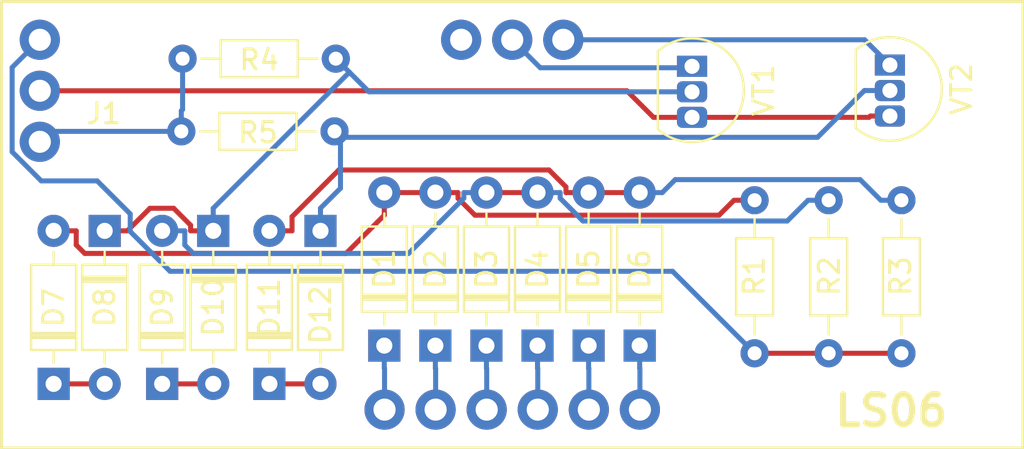
<source format=kicad_pcb>
(kicad_pcb (version 20171130) (host pcbnew "(5.0.0)")

  (general
    (thickness 1.6)
    (drawings 1)
    (tracks 107)
    (zones 0)
    (modules 20)
    (nets 20)
  )

  (page A4)
  (layers
    (0 F.Cu signal)
    (31 B.Cu signal)
    (32 B.Adhes user)
    (33 F.Adhes user)
    (34 B.Paste user)
    (35 F.Paste user)
    (36 B.SilkS user)
    (37 F.SilkS user)
    (38 B.Mask user)
    (39 F.Mask user)
    (40 Dwgs.User user)
    (41 Cmts.User user)
    (42 Eco1.User user)
    (43 Eco2.User user)
    (44 Edge.Cuts user)
    (45 Margin user)
    (46 B.CrtYd user)
    (47 F.CrtYd user)
    (48 B.Fab user)
    (49 F.Fab user)
  )

  (setup
    (last_trace_width 0.25)
    (trace_clearance 0.2)
    (zone_clearance 0.508)
    (zone_45_only no)
    (trace_min 0.2)
    (segment_width 0.2)
    (edge_width 0.1)
    (via_size 0.8)
    (via_drill 0.4)
    (via_min_size 0.4)
    (via_min_drill 0.3)
    (uvia_size 0.3)
    (uvia_drill 0.1)
    (uvias_allowed no)
    (uvia_min_size 0.2)
    (uvia_min_drill 0.1)
    (pcb_text_width 0.3)
    (pcb_text_size 1.5 1.5)
    (mod_edge_width 0.15)
    (mod_text_size 1 1)
    (mod_text_width 0.15)
    (pad_size 1.5 1.5)
    (pad_drill 0.6)
    (pad_to_mask_clearance 0)
    (aux_axis_origin 0 0)
    (visible_elements 7FFFFFFF)
    (pcbplotparams
      (layerselection 0x010fc_ffffffff)
      (usegerberextensions false)
      (usegerberattributes false)
      (usegerberadvancedattributes false)
      (creategerberjobfile false)
      (excludeedgelayer true)
      (linewidth 0.100000)
      (plotframeref false)
      (viasonmask false)
      (mode 1)
      (useauxorigin false)
      (hpglpennumber 1)
      (hpglpenspeed 20)
      (hpglpendiameter 15.000000)
      (psnegative false)
      (psa4output false)
      (plotreference true)
      (plotvalue true)
      (plotinvisibletext false)
      (padsonsilk false)
      (subtractmaskfromsilk false)
      (outputformat 1)
      (mirror false)
      (drillshape 0)
      (scaleselection 1)
      (outputdirectory "Gerber/"))
  )

  (net 0 "")
  (net 1 "Net-(D1-Pad2)")
  (net 2 1)
  (net 3 2)
  (net 4 "Net-(D3-Pad2)")
  (net 5 3)
  (net 6 4)
  (net 7 "Net-(D11-Pad2)")
  (net 8 5)
  (net 9 6)
  (net 10 "Net-(D7-Pad1)")
  (net 11 "Net-(D10-Pad1)")
  (net 12 "Net-(D10-Pad2)")
  (net 13 "Net-(D11-Pad1)")
  (net 14 "Net-(D12-Pad1)")
  (net 15 +6v)
  (net 16 0v)
  (net 17 -6v)
  (net 18 12)
  (net 19 13)

  (net_class Default "This is the default net class."
    (clearance 0.2)
    (trace_width 0.25)
    (via_dia 0.8)
    (via_drill 0.4)
    (uvia_dia 0.3)
    (uvia_drill 0.1)
    (add_net +6v)
    (add_net -6v)
    (add_net 0v)
    (add_net 1)
    (add_net 12)
    (add_net 13)
    (add_net 2)
    (add_net 3)
    (add_net 4)
    (add_net 5)
    (add_net 6)
    (add_net "Net-(D1-Pad2)")
    (add_net "Net-(D10-Pad1)")
    (add_net "Net-(D10-Pad2)")
    (add_net "Net-(D11-Pad1)")
    (add_net "Net-(D11-Pad2)")
    (add_net "Net-(D12-Pad1)")
    (add_net "Net-(D3-Pad2)")
    (add_net "Net-(D7-Pad1)")
  )

  (module ELLIOTT:LSA (layer F.Cu) (tedit 5C6009BE) (tstamp 5C40BFCB)
    (at 123.138 64.4005)
    (path /5C320323)
    (fp_text reference J1 (at 0 0.5) (layer F.SilkS)
      (effects (font (size 1 1) (thickness 0.15)))
    )
    (fp_text value LSAConnect (at 0 -0.5) (layer F.Fab)
      (effects (font (size 1 1) (thickness 0.15)))
    )
    (fp_line (start -5.08 17.145) (end -5.08 -5.08) (layer F.SilkS) (width 0.15))
    (fp_line (start 45.72 17.145) (end -5.08 17.145) (layer F.SilkS) (width 0.15))
    (fp_line (start 45.72 -5.08) (end 45.72 17.145) (layer F.SilkS) (width 0.15))
    (fp_line (start -5.08 -5.08) (end 45.72 -5.08) (layer F.SilkS) (width 0.15))
    (pad 13 thru_hole circle (at 22.86 -3.175) (size 2 2) (drill 1.1) (layers *.Cu *.Mask)
      (net 19 13))
    (pad 12 thru_hole circle (at 20.32 -3.175) (size 2 2) (drill 1.1) (layers *.Cu *.Mask)
      (net 18 12))
    (pad 11 thru_hole circle (at 17.78 -3.175) (size 2 2) (drill 1.1) (layers *.Cu *.Mask))
    (pad 6 thru_hole circle (at 26.67 15.24) (size 2 2) (drill 1.1) (layers *.Cu *.Mask)
      (net 9 6))
    (pad 5 thru_hole circle (at 24.13 15.24) (size 2 2) (drill 1.1) (layers *.Cu *.Mask)
      (net 8 5))
    (pad 4 thru_hole circle (at 21.59 15.24) (size 2 2) (drill 1.1) (layers *.Cu *.Mask)
      (net 6 4))
    (pad 3 thru_hole circle (at 19.05 15.24) (size 2 2) (drill 1.1) (layers *.Cu *.Mask)
      (net 5 3))
    (pad 2 thru_hole circle (at 16.51 15.24) (size 2 2) (drill 1.1) (layers *.Cu *.Mask)
      (net 3 2))
    (pad 1 thru_hole circle (at 13.97 15.24) (size 2 2) (drill 1.1) (layers *.Cu *.Mask)
      (net 2 1))
    (pad 23 thru_hole circle (at -3.175 1.905) (size 2 2) (drill 1.1) (layers *.Cu *.Mask)
      (net 17 -6v))
    (pad 22 thru_hole circle (at -3.175 -0.635) (size 2 2) (drill 1.1) (layers *.Cu *.Mask)
      (net 16 0v))
    (pad 21 thru_hole circle (at -3.175 -3.175) (size 2 2) (drill 1.1) (layers *.Cu *.Mask)
      (net 15 +6v))
  )

  (module ELLIOTT:D_DO-35_SOD27_P7.62mm_Horizontal (layer F.Cu) (tedit 5B9AA396) (tstamp 5C40BEC5)
    (at 137.096 76.454 90)
    (descr "Diode, DO-35_SOD27 series, Axial, Horizontal, pin pitch=7.62mm, , length*diameter=4*2mm^2, , http://www.diodes.com/_files/packages/DO-35.pdf")
    (tags "Diode DO-35_SOD27 series Axial Horizontal pin pitch 7.62mm  length 4mm diameter 2mm")
    (path /5B96A028)
    (fp_text reference D1 (at 3.81 0 90) (layer F.SilkS)
      (effects (font (size 1 1) (thickness 0.15)))
    )
    (fp_text value 1N4148 (at 3.81 2.12 90) (layer F.Fab)
      (effects (font (size 1 1) (thickness 0.15)))
    )
    (fp_line (start 2.41 -1) (end 2.41 1) (layer F.Fab) (width 0.1))
    (fp_line (start 2.51 -1) (end 2.51 1) (layer F.Fab) (width 0.1))
    (fp_line (start 2.31 -1) (end 2.31 1) (layer F.Fab) (width 0.1))
    (fp_line (start 1.69 -1.12) (end 1.69 1.12) (layer F.SilkS) (width 0.12))
    (fp_line (start 1.69 1.12) (end 5.93 1.12) (layer F.SilkS) (width 0.12))
    (fp_line (start 5.93 1.12) (end 5.93 -1.12) (layer F.SilkS) (width 0.12))
    (fp_line (start 5.93 -1.12) (end 1.69 -1.12) (layer F.SilkS) (width 0.12))
    (fp_line (start 1.04 0) (end 1.69 0) (layer F.SilkS) (width 0.12))
    (fp_line (start 6.58 0) (end 5.93 0) (layer F.SilkS) (width 0.12))
    (fp_line (start 2.41 -1.12) (end 2.41 1.12) (layer F.SilkS) (width 0.12))
    (fp_line (start 2.53 -1.12) (end 2.53 1.12) (layer F.SilkS) (width 0.12))
    (fp_line (start 2.29 -1.12) (end 2.29 1.12) (layer F.SilkS) (width 0.12))
    (fp_line (start -1.05 -1.25) (end -1.05 1.25) (layer F.CrtYd) (width 0.05))
    (fp_line (start -1.05 1.25) (end 8.67 1.25) (layer F.CrtYd) (width 0.05))
    (fp_line (start 8.67 1.25) (end 8.67 -1.25) (layer F.CrtYd) (width 0.05))
    (fp_line (start 8.67 -1.25) (end -1.05 -1.25) (layer F.CrtYd) (width 0.05))
    (pad 1 thru_hole rect (at 0 0 90) (size 1.6 1.6) (drill 0.8) (layers *.Cu *.Mask)
      (net 2 1))
    (pad 2 thru_hole oval (at 7.62 0 90) (size 1.6 1.6) (drill 0.8) (layers *.Cu *.Mask)
      (net 1 "Net-(D1-Pad2)"))
    (model ${KISYS3DMOD}/Diode_THT.3dshapes/D_DO-35_SOD27_P7.62mm_Horizontal.wrl
      (at (xyz 0 0 0))
      (scale (xyz 1 1 1))
      (rotate (xyz 0 0 0))
    )
  )

  (module ELLIOTT:D_DO-35_SOD27_P7.62mm_Horizontal (layer F.Cu) (tedit 5B9AA396) (tstamp 5C40BEDB)
    (at 139.636 76.454 90)
    (descr "Diode, DO-35_SOD27 series, Axial, Horizontal, pin pitch=7.62mm, , length*diameter=4*2mm^2, , http://www.diodes.com/_files/packages/DO-35.pdf")
    (tags "Diode DO-35_SOD27 series Axial Horizontal pin pitch 7.62mm  length 4mm diameter 2mm")
    (path /5B96A061)
    (fp_text reference D2 (at 3.81 0 90) (layer F.SilkS)
      (effects (font (size 1 1) (thickness 0.15)))
    )
    (fp_text value 1N4148 (at 3.81 2.12 90) (layer F.Fab)
      (effects (font (size 1 1) (thickness 0.15)))
    )
    (fp_line (start 2.41 -1) (end 2.41 1) (layer F.Fab) (width 0.1))
    (fp_line (start 2.51 -1) (end 2.51 1) (layer F.Fab) (width 0.1))
    (fp_line (start 2.31 -1) (end 2.31 1) (layer F.Fab) (width 0.1))
    (fp_line (start 1.69 -1.12) (end 1.69 1.12) (layer F.SilkS) (width 0.12))
    (fp_line (start 1.69 1.12) (end 5.93 1.12) (layer F.SilkS) (width 0.12))
    (fp_line (start 5.93 1.12) (end 5.93 -1.12) (layer F.SilkS) (width 0.12))
    (fp_line (start 5.93 -1.12) (end 1.69 -1.12) (layer F.SilkS) (width 0.12))
    (fp_line (start 1.04 0) (end 1.69 0) (layer F.SilkS) (width 0.12))
    (fp_line (start 6.58 0) (end 5.93 0) (layer F.SilkS) (width 0.12))
    (fp_line (start 2.41 -1.12) (end 2.41 1.12) (layer F.SilkS) (width 0.12))
    (fp_line (start 2.53 -1.12) (end 2.53 1.12) (layer F.SilkS) (width 0.12))
    (fp_line (start 2.29 -1.12) (end 2.29 1.12) (layer F.SilkS) (width 0.12))
    (fp_line (start -1.05 -1.25) (end -1.05 1.25) (layer F.CrtYd) (width 0.05))
    (fp_line (start -1.05 1.25) (end 8.67 1.25) (layer F.CrtYd) (width 0.05))
    (fp_line (start 8.67 1.25) (end 8.67 -1.25) (layer F.CrtYd) (width 0.05))
    (fp_line (start 8.67 -1.25) (end -1.05 -1.25) (layer F.CrtYd) (width 0.05))
    (pad 1 thru_hole rect (at 0 0 90) (size 1.6 1.6) (drill 0.8) (layers *.Cu *.Mask)
      (net 3 2))
    (pad 2 thru_hole oval (at 7.62 0 90) (size 1.6 1.6) (drill 0.8) (layers *.Cu *.Mask)
      (net 1 "Net-(D1-Pad2)"))
    (model ${KISYS3DMOD}/Diode_THT.3dshapes/D_DO-35_SOD27_P7.62mm_Horizontal.wrl
      (at (xyz 0 0 0))
      (scale (xyz 1 1 1))
      (rotate (xyz 0 0 0))
    )
  )

  (module ELLIOTT:D_DO-35_SOD27_P7.62mm_Horizontal (layer F.Cu) (tedit 5B9AA396) (tstamp 5C40BEF1)
    (at 142.176 76.454 90)
    (descr "Diode, DO-35_SOD27 series, Axial, Horizontal, pin pitch=7.62mm, , length*diameter=4*2mm^2, , http://www.diodes.com/_files/packages/DO-35.pdf")
    (tags "Diode DO-35_SOD27 series Axial Horizontal pin pitch 7.62mm  length 4mm diameter 2mm")
    (path /5B96AD4B)
    (fp_text reference D3 (at 3.81 0 90) (layer F.SilkS)
      (effects (font (size 1 1) (thickness 0.15)))
    )
    (fp_text value 1N4148 (at 3.81 2.12 90) (layer F.Fab)
      (effects (font (size 1 1) (thickness 0.15)))
    )
    (fp_line (start 2.41 -1) (end 2.41 1) (layer F.Fab) (width 0.1))
    (fp_line (start 2.51 -1) (end 2.51 1) (layer F.Fab) (width 0.1))
    (fp_line (start 2.31 -1) (end 2.31 1) (layer F.Fab) (width 0.1))
    (fp_line (start 1.69 -1.12) (end 1.69 1.12) (layer F.SilkS) (width 0.12))
    (fp_line (start 1.69 1.12) (end 5.93 1.12) (layer F.SilkS) (width 0.12))
    (fp_line (start 5.93 1.12) (end 5.93 -1.12) (layer F.SilkS) (width 0.12))
    (fp_line (start 5.93 -1.12) (end 1.69 -1.12) (layer F.SilkS) (width 0.12))
    (fp_line (start 1.04 0) (end 1.69 0) (layer F.SilkS) (width 0.12))
    (fp_line (start 6.58 0) (end 5.93 0) (layer F.SilkS) (width 0.12))
    (fp_line (start 2.41 -1.12) (end 2.41 1.12) (layer F.SilkS) (width 0.12))
    (fp_line (start 2.53 -1.12) (end 2.53 1.12) (layer F.SilkS) (width 0.12))
    (fp_line (start 2.29 -1.12) (end 2.29 1.12) (layer F.SilkS) (width 0.12))
    (fp_line (start -1.05 -1.25) (end -1.05 1.25) (layer F.CrtYd) (width 0.05))
    (fp_line (start -1.05 1.25) (end 8.67 1.25) (layer F.CrtYd) (width 0.05))
    (fp_line (start 8.67 1.25) (end 8.67 -1.25) (layer F.CrtYd) (width 0.05))
    (fp_line (start 8.67 -1.25) (end -1.05 -1.25) (layer F.CrtYd) (width 0.05))
    (pad 1 thru_hole rect (at 0 0 90) (size 1.6 1.6) (drill 0.8) (layers *.Cu *.Mask)
      (net 5 3))
    (pad 2 thru_hole oval (at 7.62 0 90) (size 1.6 1.6) (drill 0.8) (layers *.Cu *.Mask)
      (net 4 "Net-(D3-Pad2)"))
    (model ${KISYS3DMOD}/Diode_THT.3dshapes/D_DO-35_SOD27_P7.62mm_Horizontal.wrl
      (at (xyz 0 0 0))
      (scale (xyz 1 1 1))
      (rotate (xyz 0 0 0))
    )
  )

  (module ELLIOTT:D_DO-35_SOD27_P7.62mm_Horizontal (layer F.Cu) (tedit 5B9AA396) (tstamp 5C40BF07)
    (at 144.716 76.454 90)
    (descr "Diode, DO-35_SOD27 series, Axial, Horizontal, pin pitch=7.62mm, , length*diameter=4*2mm^2, , http://www.diodes.com/_files/packages/DO-35.pdf")
    (tags "Diode DO-35_SOD27 series Axial Horizontal pin pitch 7.62mm  length 4mm diameter 2mm")
    (path /5B96AD51)
    (fp_text reference D4 (at 3.81 0 90) (layer F.SilkS)
      (effects (font (size 1 1) (thickness 0.15)))
    )
    (fp_text value 1N4148 (at 3.81 2.12 90) (layer F.Fab)
      (effects (font (size 1 1) (thickness 0.15)))
    )
    (fp_line (start 2.41 -1) (end 2.41 1) (layer F.Fab) (width 0.1))
    (fp_line (start 2.51 -1) (end 2.51 1) (layer F.Fab) (width 0.1))
    (fp_line (start 2.31 -1) (end 2.31 1) (layer F.Fab) (width 0.1))
    (fp_line (start 1.69 -1.12) (end 1.69 1.12) (layer F.SilkS) (width 0.12))
    (fp_line (start 1.69 1.12) (end 5.93 1.12) (layer F.SilkS) (width 0.12))
    (fp_line (start 5.93 1.12) (end 5.93 -1.12) (layer F.SilkS) (width 0.12))
    (fp_line (start 5.93 -1.12) (end 1.69 -1.12) (layer F.SilkS) (width 0.12))
    (fp_line (start 1.04 0) (end 1.69 0) (layer F.SilkS) (width 0.12))
    (fp_line (start 6.58 0) (end 5.93 0) (layer F.SilkS) (width 0.12))
    (fp_line (start 2.41 -1.12) (end 2.41 1.12) (layer F.SilkS) (width 0.12))
    (fp_line (start 2.53 -1.12) (end 2.53 1.12) (layer F.SilkS) (width 0.12))
    (fp_line (start 2.29 -1.12) (end 2.29 1.12) (layer F.SilkS) (width 0.12))
    (fp_line (start -1.05 -1.25) (end -1.05 1.25) (layer F.CrtYd) (width 0.05))
    (fp_line (start -1.05 1.25) (end 8.67 1.25) (layer F.CrtYd) (width 0.05))
    (fp_line (start 8.67 1.25) (end 8.67 -1.25) (layer F.CrtYd) (width 0.05))
    (fp_line (start 8.67 -1.25) (end -1.05 -1.25) (layer F.CrtYd) (width 0.05))
    (pad 1 thru_hole rect (at 0 0 90) (size 1.6 1.6) (drill 0.8) (layers *.Cu *.Mask)
      (net 6 4))
    (pad 2 thru_hole oval (at 7.62 0 90) (size 1.6 1.6) (drill 0.8) (layers *.Cu *.Mask)
      (net 4 "Net-(D3-Pad2)"))
    (model ${KISYS3DMOD}/Diode_THT.3dshapes/D_DO-35_SOD27_P7.62mm_Horizontal.wrl
      (at (xyz 0 0 0))
      (scale (xyz 1 1 1))
      (rotate (xyz 0 0 0))
    )
  )

  (module ELLIOTT:D_DO-35_SOD27_P7.62mm_Horizontal (layer F.Cu) (tedit 5B9AA396) (tstamp 5C40BF1D)
    (at 147.256 76.454 90)
    (descr "Diode, DO-35_SOD27 series, Axial, Horizontal, pin pitch=7.62mm, , length*diameter=4*2mm^2, , http://www.diodes.com/_files/packages/DO-35.pdf")
    (tags "Diode DO-35_SOD27 series Axial Horizontal pin pitch 7.62mm  length 4mm diameter 2mm")
    (path /5B96B3C3)
    (fp_text reference D5 (at 3.81 0 90) (layer F.SilkS)
      (effects (font (size 1 1) (thickness 0.15)))
    )
    (fp_text value 1N4148 (at 3.81 2.12 90) (layer F.Fab)
      (effects (font (size 1 1) (thickness 0.15)))
    )
    (fp_line (start 2.41 -1) (end 2.41 1) (layer F.Fab) (width 0.1))
    (fp_line (start 2.51 -1) (end 2.51 1) (layer F.Fab) (width 0.1))
    (fp_line (start 2.31 -1) (end 2.31 1) (layer F.Fab) (width 0.1))
    (fp_line (start 1.69 -1.12) (end 1.69 1.12) (layer F.SilkS) (width 0.12))
    (fp_line (start 1.69 1.12) (end 5.93 1.12) (layer F.SilkS) (width 0.12))
    (fp_line (start 5.93 1.12) (end 5.93 -1.12) (layer F.SilkS) (width 0.12))
    (fp_line (start 5.93 -1.12) (end 1.69 -1.12) (layer F.SilkS) (width 0.12))
    (fp_line (start 1.04 0) (end 1.69 0) (layer F.SilkS) (width 0.12))
    (fp_line (start 6.58 0) (end 5.93 0) (layer F.SilkS) (width 0.12))
    (fp_line (start 2.41 -1.12) (end 2.41 1.12) (layer F.SilkS) (width 0.12))
    (fp_line (start 2.53 -1.12) (end 2.53 1.12) (layer F.SilkS) (width 0.12))
    (fp_line (start 2.29 -1.12) (end 2.29 1.12) (layer F.SilkS) (width 0.12))
    (fp_line (start -1.05 -1.25) (end -1.05 1.25) (layer F.CrtYd) (width 0.05))
    (fp_line (start -1.05 1.25) (end 8.67 1.25) (layer F.CrtYd) (width 0.05))
    (fp_line (start 8.67 1.25) (end 8.67 -1.25) (layer F.CrtYd) (width 0.05))
    (fp_line (start 8.67 -1.25) (end -1.05 -1.25) (layer F.CrtYd) (width 0.05))
    (pad 1 thru_hole rect (at 0 0 90) (size 1.6 1.6) (drill 0.8) (layers *.Cu *.Mask)
      (net 8 5))
    (pad 2 thru_hole oval (at 7.62 0 90) (size 1.6 1.6) (drill 0.8) (layers *.Cu *.Mask)
      (net 7 "Net-(D11-Pad2)"))
    (model ${KISYS3DMOD}/Diode_THT.3dshapes/D_DO-35_SOD27_P7.62mm_Horizontal.wrl
      (at (xyz 0 0 0))
      (scale (xyz 1 1 1))
      (rotate (xyz 0 0 0))
    )
  )

  (module ELLIOTT:D_DO-35_SOD27_P7.62mm_Horizontal (layer F.Cu) (tedit 5B9AA396) (tstamp 5C40BF33)
    (at 149.796 76.454 90)
    (descr "Diode, DO-35_SOD27 series, Axial, Horizontal, pin pitch=7.62mm, , length*diameter=4*2mm^2, , http://www.diodes.com/_files/packages/DO-35.pdf")
    (tags "Diode DO-35_SOD27 series Axial Horizontal pin pitch 7.62mm  length 4mm diameter 2mm")
    (path /5B96B3C9)
    (fp_text reference D6 (at 3.81 0 90) (layer F.SilkS)
      (effects (font (size 1 1) (thickness 0.15)))
    )
    (fp_text value 1N4148 (at 3.81 2.12 90) (layer F.Fab)
      (effects (font (size 1 1) (thickness 0.15)))
    )
    (fp_line (start 2.41 -1) (end 2.41 1) (layer F.Fab) (width 0.1))
    (fp_line (start 2.51 -1) (end 2.51 1) (layer F.Fab) (width 0.1))
    (fp_line (start 2.31 -1) (end 2.31 1) (layer F.Fab) (width 0.1))
    (fp_line (start 1.69 -1.12) (end 1.69 1.12) (layer F.SilkS) (width 0.12))
    (fp_line (start 1.69 1.12) (end 5.93 1.12) (layer F.SilkS) (width 0.12))
    (fp_line (start 5.93 1.12) (end 5.93 -1.12) (layer F.SilkS) (width 0.12))
    (fp_line (start 5.93 -1.12) (end 1.69 -1.12) (layer F.SilkS) (width 0.12))
    (fp_line (start 1.04 0) (end 1.69 0) (layer F.SilkS) (width 0.12))
    (fp_line (start 6.58 0) (end 5.93 0) (layer F.SilkS) (width 0.12))
    (fp_line (start 2.41 -1.12) (end 2.41 1.12) (layer F.SilkS) (width 0.12))
    (fp_line (start 2.53 -1.12) (end 2.53 1.12) (layer F.SilkS) (width 0.12))
    (fp_line (start 2.29 -1.12) (end 2.29 1.12) (layer F.SilkS) (width 0.12))
    (fp_line (start -1.05 -1.25) (end -1.05 1.25) (layer F.CrtYd) (width 0.05))
    (fp_line (start -1.05 1.25) (end 8.67 1.25) (layer F.CrtYd) (width 0.05))
    (fp_line (start 8.67 1.25) (end 8.67 -1.25) (layer F.CrtYd) (width 0.05))
    (fp_line (start 8.67 -1.25) (end -1.05 -1.25) (layer F.CrtYd) (width 0.05))
    (pad 1 thru_hole rect (at 0 0 90) (size 1.6 1.6) (drill 0.8) (layers *.Cu *.Mask)
      (net 9 6))
    (pad 2 thru_hole oval (at 7.62 0 90) (size 1.6 1.6) (drill 0.8) (layers *.Cu *.Mask)
      (net 7 "Net-(D11-Pad2)"))
    (model ${KISYS3DMOD}/Diode_THT.3dshapes/D_DO-35_SOD27_P7.62mm_Horizontal.wrl
      (at (xyz 0 0 0))
      (scale (xyz 1 1 1))
      (rotate (xyz 0 0 0))
    )
  )

  (module ELLIOTT:D_DO-35_SOD27_P7.62mm_Horizontal (layer F.Cu) (tedit 5B9AA396) (tstamp 5C40BF49)
    (at 120.65 78.359 90)
    (descr "Diode, DO-35_SOD27 series, Axial, Horizontal, pin pitch=7.62mm, , length*diameter=4*2mm^2, , http://www.diodes.com/_files/packages/DO-35.pdf")
    (tags "Diode DO-35_SOD27 series Axial Horizontal pin pitch 7.62mm  length 4mm diameter 2mm")
    (path /5B96A1C7)
    (fp_text reference D7 (at 3.81 0 90) (layer F.SilkS)
      (effects (font (size 1 1) (thickness 0.15)))
    )
    (fp_text value 1N4148 (at 3.81 2.12 90) (layer F.Fab)
      (effects (font (size 1 1) (thickness 0.15)))
    )
    (fp_line (start 2.41 -1) (end 2.41 1) (layer F.Fab) (width 0.1))
    (fp_line (start 2.51 -1) (end 2.51 1) (layer F.Fab) (width 0.1))
    (fp_line (start 2.31 -1) (end 2.31 1) (layer F.Fab) (width 0.1))
    (fp_line (start 1.69 -1.12) (end 1.69 1.12) (layer F.SilkS) (width 0.12))
    (fp_line (start 1.69 1.12) (end 5.93 1.12) (layer F.SilkS) (width 0.12))
    (fp_line (start 5.93 1.12) (end 5.93 -1.12) (layer F.SilkS) (width 0.12))
    (fp_line (start 5.93 -1.12) (end 1.69 -1.12) (layer F.SilkS) (width 0.12))
    (fp_line (start 1.04 0) (end 1.69 0) (layer F.SilkS) (width 0.12))
    (fp_line (start 6.58 0) (end 5.93 0) (layer F.SilkS) (width 0.12))
    (fp_line (start 2.41 -1.12) (end 2.41 1.12) (layer F.SilkS) (width 0.12))
    (fp_line (start 2.53 -1.12) (end 2.53 1.12) (layer F.SilkS) (width 0.12))
    (fp_line (start 2.29 -1.12) (end 2.29 1.12) (layer F.SilkS) (width 0.12))
    (fp_line (start -1.05 -1.25) (end -1.05 1.25) (layer F.CrtYd) (width 0.05))
    (fp_line (start -1.05 1.25) (end 8.67 1.25) (layer F.CrtYd) (width 0.05))
    (fp_line (start 8.67 1.25) (end 8.67 -1.25) (layer F.CrtYd) (width 0.05))
    (fp_line (start 8.67 -1.25) (end -1.05 -1.25) (layer F.CrtYd) (width 0.05))
    (pad 1 thru_hole rect (at 0 0 90) (size 1.6 1.6) (drill 0.8) (layers *.Cu *.Mask)
      (net 10 "Net-(D7-Pad1)"))
    (pad 2 thru_hole oval (at 7.62 0 90) (size 1.6 1.6) (drill 0.8) (layers *.Cu *.Mask)
      (net 1 "Net-(D1-Pad2)"))
    (model ${KISYS3DMOD}/Diode_THT.3dshapes/D_DO-35_SOD27_P7.62mm_Horizontal.wrl
      (at (xyz 0 0 0))
      (scale (xyz 1 1 1))
      (rotate (xyz 0 0 0))
    )
  )

  (module ELLIOTT:D_DO-35_SOD27_P7.62mm_Horizontal (layer F.Cu) (tedit 5B9AA396) (tstamp 5C40BF5F)
    (at 123.19 70.739 270)
    (descr "Diode, DO-35_SOD27 series, Axial, Horizontal, pin pitch=7.62mm, , length*diameter=4*2mm^2, , http://www.diodes.com/_files/packages/DO-35.pdf")
    (tags "Diode DO-35_SOD27 series Axial Horizontal pin pitch 7.62mm  length 4mm diameter 2mm")
    (path /5B96A1FD)
    (fp_text reference D8 (at 3.81 0 270) (layer F.SilkS)
      (effects (font (size 1 1) (thickness 0.15)))
    )
    (fp_text value 1N4148 (at 3.81 2.12 270) (layer F.Fab)
      (effects (font (size 1 1) (thickness 0.15)))
    )
    (fp_line (start 2.41 -1) (end 2.41 1) (layer F.Fab) (width 0.1))
    (fp_line (start 2.51 -1) (end 2.51 1) (layer F.Fab) (width 0.1))
    (fp_line (start 2.31 -1) (end 2.31 1) (layer F.Fab) (width 0.1))
    (fp_line (start 1.69 -1.12) (end 1.69 1.12) (layer F.SilkS) (width 0.12))
    (fp_line (start 1.69 1.12) (end 5.93 1.12) (layer F.SilkS) (width 0.12))
    (fp_line (start 5.93 1.12) (end 5.93 -1.12) (layer F.SilkS) (width 0.12))
    (fp_line (start 5.93 -1.12) (end 1.69 -1.12) (layer F.SilkS) (width 0.12))
    (fp_line (start 1.04 0) (end 1.69 0) (layer F.SilkS) (width 0.12))
    (fp_line (start 6.58 0) (end 5.93 0) (layer F.SilkS) (width 0.12))
    (fp_line (start 2.41 -1.12) (end 2.41 1.12) (layer F.SilkS) (width 0.12))
    (fp_line (start 2.53 -1.12) (end 2.53 1.12) (layer F.SilkS) (width 0.12))
    (fp_line (start 2.29 -1.12) (end 2.29 1.12) (layer F.SilkS) (width 0.12))
    (fp_line (start -1.05 -1.25) (end -1.05 1.25) (layer F.CrtYd) (width 0.05))
    (fp_line (start -1.05 1.25) (end 8.67 1.25) (layer F.CrtYd) (width 0.05))
    (fp_line (start 8.67 1.25) (end 8.67 -1.25) (layer F.CrtYd) (width 0.05))
    (fp_line (start 8.67 -1.25) (end -1.05 -1.25) (layer F.CrtYd) (width 0.05))
    (pad 1 thru_hole rect (at 0 0 270) (size 1.6 1.6) (drill 0.8) (layers *.Cu *.Mask)
      (net 11 "Net-(D10-Pad1)"))
    (pad 2 thru_hole oval (at 7.62 0 270) (size 1.6 1.6) (drill 0.8) (layers *.Cu *.Mask)
      (net 10 "Net-(D7-Pad1)"))
    (model ${KISYS3DMOD}/Diode_THT.3dshapes/D_DO-35_SOD27_P7.62mm_Horizontal.wrl
      (at (xyz 0 0 0))
      (scale (xyz 1 1 1))
      (rotate (xyz 0 0 0))
    )
  )

  (module ELLIOTT:D_DO-35_SOD27_P7.62mm_Horizontal (layer F.Cu) (tedit 5B9AA396) (tstamp 5C40BF75)
    (at 126.048 78.359 90)
    (descr "Diode, DO-35_SOD27 series, Axial, Horizontal, pin pitch=7.62mm, , length*diameter=4*2mm^2, , http://www.diodes.com/_files/packages/DO-35.pdf")
    (tags "Diode DO-35_SOD27 series Axial Horizontal pin pitch 7.62mm  length 4mm diameter 2mm")
    (path /5B96AD63)
    (fp_text reference D9 (at 3.81 0 90) (layer F.SilkS)
      (effects (font (size 1 1) (thickness 0.15)))
    )
    (fp_text value 1N4148 (at 3.81 2.12 90) (layer F.Fab)
      (effects (font (size 1 1) (thickness 0.15)))
    )
    (fp_line (start 2.41 -1) (end 2.41 1) (layer F.Fab) (width 0.1))
    (fp_line (start 2.51 -1) (end 2.51 1) (layer F.Fab) (width 0.1))
    (fp_line (start 2.31 -1) (end 2.31 1) (layer F.Fab) (width 0.1))
    (fp_line (start 1.69 -1.12) (end 1.69 1.12) (layer F.SilkS) (width 0.12))
    (fp_line (start 1.69 1.12) (end 5.93 1.12) (layer F.SilkS) (width 0.12))
    (fp_line (start 5.93 1.12) (end 5.93 -1.12) (layer F.SilkS) (width 0.12))
    (fp_line (start 5.93 -1.12) (end 1.69 -1.12) (layer F.SilkS) (width 0.12))
    (fp_line (start 1.04 0) (end 1.69 0) (layer F.SilkS) (width 0.12))
    (fp_line (start 6.58 0) (end 5.93 0) (layer F.SilkS) (width 0.12))
    (fp_line (start 2.41 -1.12) (end 2.41 1.12) (layer F.SilkS) (width 0.12))
    (fp_line (start 2.53 -1.12) (end 2.53 1.12) (layer F.SilkS) (width 0.12))
    (fp_line (start 2.29 -1.12) (end 2.29 1.12) (layer F.SilkS) (width 0.12))
    (fp_line (start -1.05 -1.25) (end -1.05 1.25) (layer F.CrtYd) (width 0.05))
    (fp_line (start -1.05 1.25) (end 8.67 1.25) (layer F.CrtYd) (width 0.05))
    (fp_line (start 8.67 1.25) (end 8.67 -1.25) (layer F.CrtYd) (width 0.05))
    (fp_line (start 8.67 -1.25) (end -1.05 -1.25) (layer F.CrtYd) (width 0.05))
    (pad 1 thru_hole rect (at 0 0 90) (size 1.6 1.6) (drill 0.8) (layers *.Cu *.Mask)
      (net 12 "Net-(D10-Pad2)"))
    (pad 2 thru_hole oval (at 7.62 0 90) (size 1.6 1.6) (drill 0.8) (layers *.Cu *.Mask)
      (net 4 "Net-(D3-Pad2)"))
    (model ${KISYS3DMOD}/Diode_THT.3dshapes/D_DO-35_SOD27_P7.62mm_Horizontal.wrl
      (at (xyz 0 0 0))
      (scale (xyz 1 1 1))
      (rotate (xyz 0 0 0))
    )
  )

  (module ELLIOTT:D_DO-35_SOD27_P7.62mm_Horizontal (layer F.Cu) (tedit 5B9AA396) (tstamp 5C40BF8B)
    (at 128.588 70.739 270)
    (descr "Diode, DO-35_SOD27 series, Axial, Horizontal, pin pitch=7.62mm, , length*diameter=4*2mm^2, , http://www.diodes.com/_files/packages/DO-35.pdf")
    (tags "Diode DO-35_SOD27 series Axial Horizontal pin pitch 7.62mm  length 4mm diameter 2mm")
    (path /5B96AD69)
    (fp_text reference D10 (at 3.81 0 270) (layer F.SilkS)
      (effects (font (size 1 1) (thickness 0.15)))
    )
    (fp_text value 1N4148 (at 3.81 2.12 270) (layer F.Fab)
      (effects (font (size 1 1) (thickness 0.15)))
    )
    (fp_line (start 2.41 -1) (end 2.41 1) (layer F.Fab) (width 0.1))
    (fp_line (start 2.51 -1) (end 2.51 1) (layer F.Fab) (width 0.1))
    (fp_line (start 2.31 -1) (end 2.31 1) (layer F.Fab) (width 0.1))
    (fp_line (start 1.69 -1.12) (end 1.69 1.12) (layer F.SilkS) (width 0.12))
    (fp_line (start 1.69 1.12) (end 5.93 1.12) (layer F.SilkS) (width 0.12))
    (fp_line (start 5.93 1.12) (end 5.93 -1.12) (layer F.SilkS) (width 0.12))
    (fp_line (start 5.93 -1.12) (end 1.69 -1.12) (layer F.SilkS) (width 0.12))
    (fp_line (start 1.04 0) (end 1.69 0) (layer F.SilkS) (width 0.12))
    (fp_line (start 6.58 0) (end 5.93 0) (layer F.SilkS) (width 0.12))
    (fp_line (start 2.41 -1.12) (end 2.41 1.12) (layer F.SilkS) (width 0.12))
    (fp_line (start 2.53 -1.12) (end 2.53 1.12) (layer F.SilkS) (width 0.12))
    (fp_line (start 2.29 -1.12) (end 2.29 1.12) (layer F.SilkS) (width 0.12))
    (fp_line (start -1.05 -1.25) (end -1.05 1.25) (layer F.CrtYd) (width 0.05))
    (fp_line (start -1.05 1.25) (end 8.67 1.25) (layer F.CrtYd) (width 0.05))
    (fp_line (start 8.67 1.25) (end 8.67 -1.25) (layer F.CrtYd) (width 0.05))
    (fp_line (start 8.67 -1.25) (end -1.05 -1.25) (layer F.CrtYd) (width 0.05))
    (pad 1 thru_hole rect (at 0 0 270) (size 1.6 1.6) (drill 0.8) (layers *.Cu *.Mask)
      (net 11 "Net-(D10-Pad1)"))
    (pad 2 thru_hole oval (at 7.62 0 270) (size 1.6 1.6) (drill 0.8) (layers *.Cu *.Mask)
      (net 12 "Net-(D10-Pad2)"))
    (model ${KISYS3DMOD}/Diode_THT.3dshapes/D_DO-35_SOD27_P7.62mm_Horizontal.wrl
      (at (xyz 0 0 0))
      (scale (xyz 1 1 1))
      (rotate (xyz 0 0 0))
    )
  )

  (module ELLIOTT:D_DO-35_SOD27_P7.62mm_Horizontal (layer F.Cu) (tedit 5B9AA396) (tstamp 5C40BFA1)
    (at 131.382 78.359 90)
    (descr "Diode, DO-35_SOD27 series, Axial, Horizontal, pin pitch=7.62mm, , length*diameter=4*2mm^2, , http://www.diodes.com/_files/packages/DO-35.pdf")
    (tags "Diode DO-35_SOD27 series Axial Horizontal pin pitch 7.62mm  length 4mm diameter 2mm")
    (path /5B96B3DB)
    (fp_text reference D11 (at 3.81 0 90) (layer F.SilkS)
      (effects (font (size 1 1) (thickness 0.15)))
    )
    (fp_text value 1N4148 (at 3.81 2.12 90) (layer F.Fab)
      (effects (font (size 1 1) (thickness 0.15)))
    )
    (fp_line (start 2.41 -1) (end 2.41 1) (layer F.Fab) (width 0.1))
    (fp_line (start 2.51 -1) (end 2.51 1) (layer F.Fab) (width 0.1))
    (fp_line (start 2.31 -1) (end 2.31 1) (layer F.Fab) (width 0.1))
    (fp_line (start 1.69 -1.12) (end 1.69 1.12) (layer F.SilkS) (width 0.12))
    (fp_line (start 1.69 1.12) (end 5.93 1.12) (layer F.SilkS) (width 0.12))
    (fp_line (start 5.93 1.12) (end 5.93 -1.12) (layer F.SilkS) (width 0.12))
    (fp_line (start 5.93 -1.12) (end 1.69 -1.12) (layer F.SilkS) (width 0.12))
    (fp_line (start 1.04 0) (end 1.69 0) (layer F.SilkS) (width 0.12))
    (fp_line (start 6.58 0) (end 5.93 0) (layer F.SilkS) (width 0.12))
    (fp_line (start 2.41 -1.12) (end 2.41 1.12) (layer F.SilkS) (width 0.12))
    (fp_line (start 2.53 -1.12) (end 2.53 1.12) (layer F.SilkS) (width 0.12))
    (fp_line (start 2.29 -1.12) (end 2.29 1.12) (layer F.SilkS) (width 0.12))
    (fp_line (start -1.05 -1.25) (end -1.05 1.25) (layer F.CrtYd) (width 0.05))
    (fp_line (start -1.05 1.25) (end 8.67 1.25) (layer F.CrtYd) (width 0.05))
    (fp_line (start 8.67 1.25) (end 8.67 -1.25) (layer F.CrtYd) (width 0.05))
    (fp_line (start 8.67 -1.25) (end -1.05 -1.25) (layer F.CrtYd) (width 0.05))
    (pad 1 thru_hole rect (at 0 0 90) (size 1.6 1.6) (drill 0.8) (layers *.Cu *.Mask)
      (net 13 "Net-(D11-Pad1)"))
    (pad 2 thru_hole oval (at 7.62 0 90) (size 1.6 1.6) (drill 0.8) (layers *.Cu *.Mask)
      (net 7 "Net-(D11-Pad2)"))
    (model ${KISYS3DMOD}/Diode_THT.3dshapes/D_DO-35_SOD27_P7.62mm_Horizontal.wrl
      (at (xyz 0 0 0))
      (scale (xyz 1 1 1))
      (rotate (xyz 0 0 0))
    )
  )

  (module ELLIOTT:D_DO-35_SOD27_P7.62mm_Horizontal (layer F.Cu) (tedit 5B9AA396) (tstamp 5C40BFB7)
    (at 133.922 70.739 270)
    (descr "Diode, DO-35_SOD27 series, Axial, Horizontal, pin pitch=7.62mm, , length*diameter=4*2mm^2, , http://www.diodes.com/_files/packages/DO-35.pdf")
    (tags "Diode DO-35_SOD27 series Axial Horizontal pin pitch 7.62mm  length 4mm diameter 2mm")
    (path /5B96B3E1)
    (fp_text reference D12 (at 4.191 0 270) (layer F.SilkS)
      (effects (font (size 1 1) (thickness 0.15)))
    )
    (fp_text value 1N4148 (at 3.81 2.12 270) (layer F.Fab)
      (effects (font (size 1 1) (thickness 0.15)))
    )
    (fp_line (start 2.41 -1) (end 2.41 1) (layer F.Fab) (width 0.1))
    (fp_line (start 2.51 -1) (end 2.51 1) (layer F.Fab) (width 0.1))
    (fp_line (start 2.31 -1) (end 2.31 1) (layer F.Fab) (width 0.1))
    (fp_line (start 1.69 -1.12) (end 1.69 1.12) (layer F.SilkS) (width 0.12))
    (fp_line (start 1.69 1.12) (end 5.93 1.12) (layer F.SilkS) (width 0.12))
    (fp_line (start 5.93 1.12) (end 5.93 -1.12) (layer F.SilkS) (width 0.12))
    (fp_line (start 5.93 -1.12) (end 1.69 -1.12) (layer F.SilkS) (width 0.12))
    (fp_line (start 1.04 0) (end 1.69 0) (layer F.SilkS) (width 0.12))
    (fp_line (start 6.58 0) (end 5.93 0) (layer F.SilkS) (width 0.12))
    (fp_line (start 2.41 -1.12) (end 2.41 1.12) (layer F.SilkS) (width 0.12))
    (fp_line (start 2.53 -1.12) (end 2.53 1.12) (layer F.SilkS) (width 0.12))
    (fp_line (start 2.29 -1.12) (end 2.29 1.12) (layer F.SilkS) (width 0.12))
    (fp_line (start -1.05 -1.25) (end -1.05 1.25) (layer F.CrtYd) (width 0.05))
    (fp_line (start -1.05 1.25) (end 8.67 1.25) (layer F.CrtYd) (width 0.05))
    (fp_line (start 8.67 1.25) (end 8.67 -1.25) (layer F.CrtYd) (width 0.05))
    (fp_line (start 8.67 -1.25) (end -1.05 -1.25) (layer F.CrtYd) (width 0.05))
    (pad 1 thru_hole rect (at 0 0 270) (size 1.6 1.6) (drill 0.8) (layers *.Cu *.Mask)
      (net 14 "Net-(D12-Pad1)"))
    (pad 2 thru_hole oval (at 7.62 0 270) (size 1.6 1.6) (drill 0.8) (layers *.Cu *.Mask)
      (net 13 "Net-(D11-Pad1)"))
    (model ${KISYS3DMOD}/Diode_THT.3dshapes/D_DO-35_SOD27_P7.62mm_Horizontal.wrl
      (at (xyz 0 0 0))
      (scale (xyz 1 1 1))
      (rotate (xyz 0 0 0))
    )
  )

  (module ELLIOTT:R_Axial_DIN0204_L3.6mm_D1.6mm_P7.62mm_Horizontal (layer F.Cu) (tedit 5B9AA3EA) (tstamp 5C40BFDB)
    (at 155.512 76.835 90)
    (descr "Resistor, Axial_DIN0204 series, Axial, Horizontal, pin pitch=7.62mm, 0.167W, length*diameter=3.6*1.6mm^2, http://cdn-reichelt.de/documents/datenblatt/B400/1_4W%23YAG.pdf")
    (tags "Resistor Axial_DIN0204 series Axial Horizontal pin pitch 7.62mm 0.167W length 3.6mm diameter 1.6mm")
    (path /5B96A14D)
    (fp_text reference R1 (at 3.841499 -0.023001 90) (layer F.SilkS)
      (effects (font (size 1 1) (thickness 0.15)))
    )
    (fp_text value 2.2k (at 3.81 1.92 90) (layer F.Fab)
      (effects (font (size 1 1) (thickness 0.15)))
    )
    (fp_line (start 1.89 -0.92) (end 1.89 0.92) (layer F.SilkS) (width 0.12))
    (fp_line (start 1.89 0.92) (end 5.73 0.92) (layer F.SilkS) (width 0.12))
    (fp_line (start 5.73 0.92) (end 5.73 -0.92) (layer F.SilkS) (width 0.12))
    (fp_line (start 5.73 -0.92) (end 1.89 -0.92) (layer F.SilkS) (width 0.12))
    (fp_line (start 0.94 0) (end 1.89 0) (layer F.SilkS) (width 0.12))
    (fp_line (start 6.68 0) (end 5.73 0) (layer F.SilkS) (width 0.12))
    (fp_line (start -1.05 -1.25) (end -1.05 1.25) (layer F.CrtYd) (width 0.05))
    (fp_line (start -1.05 1.25) (end 8.67 1.25) (layer F.CrtYd) (width 0.05))
    (fp_line (start 8.67 1.25) (end 8.67 -1.25) (layer F.CrtYd) (width 0.05))
    (fp_line (start 8.67 -1.25) (end -1.05 -1.25) (layer F.CrtYd) (width 0.05))
    (pad 1 thru_hole circle (at 0 0 90) (size 1.4 1.4) (drill 0.7) (layers *.Cu *.Mask)
      (net 15 +6v))
    (pad 2 thru_hole oval (at 7.62 0 90) (size 1.4 1.4) (drill 0.7) (layers *.Cu *.Mask)
      (net 1 "Net-(D1-Pad2)"))
    (model ${KISYS3DMOD}/Resistor_THT.3dshapes/R_Axial_DIN0204_L3.6mm_D1.6mm_P7.62mm_Horizontal.wrl
      (at (xyz 0 0 0))
      (scale (xyz 1 1 1))
      (rotate (xyz 0 0 0))
    )
  )

  (module ELLIOTT:R_Axial_DIN0204_L3.6mm_D1.6mm_P7.62mm_Horizontal (layer F.Cu) (tedit 5B9AA3EA) (tstamp 5C40BFEB)
    (at 159.194 76.835 90)
    (descr "Resistor, Axial_DIN0204 series, Axial, Horizontal, pin pitch=7.62mm, 0.167W, length*diameter=3.6*1.6mm^2, http://cdn-reichelt.de/documents/datenblatt/B400/1_4W%23YAG.pdf")
    (tags "Resistor Axial_DIN0204 series Axial Horizontal pin pitch 7.62mm 0.167W length 3.6mm diameter 1.6mm")
    (path /5B96AD57)
    (fp_text reference R2 (at 3.841499 0.030499 90) (layer F.SilkS)
      (effects (font (size 1 1) (thickness 0.15)))
    )
    (fp_text value 2.2k (at 3.81 1.92 90) (layer F.Fab)
      (effects (font (size 1 1) (thickness 0.15)))
    )
    (fp_line (start 1.89 -0.92) (end 1.89 0.92) (layer F.SilkS) (width 0.12))
    (fp_line (start 1.89 0.92) (end 5.73 0.92) (layer F.SilkS) (width 0.12))
    (fp_line (start 5.73 0.92) (end 5.73 -0.92) (layer F.SilkS) (width 0.12))
    (fp_line (start 5.73 -0.92) (end 1.89 -0.92) (layer F.SilkS) (width 0.12))
    (fp_line (start 0.94 0) (end 1.89 0) (layer F.SilkS) (width 0.12))
    (fp_line (start 6.68 0) (end 5.73 0) (layer F.SilkS) (width 0.12))
    (fp_line (start -1.05 -1.25) (end -1.05 1.25) (layer F.CrtYd) (width 0.05))
    (fp_line (start -1.05 1.25) (end 8.67 1.25) (layer F.CrtYd) (width 0.05))
    (fp_line (start 8.67 1.25) (end 8.67 -1.25) (layer F.CrtYd) (width 0.05))
    (fp_line (start 8.67 -1.25) (end -1.05 -1.25) (layer F.CrtYd) (width 0.05))
    (pad 1 thru_hole circle (at 0 0 90) (size 1.4 1.4) (drill 0.7) (layers *.Cu *.Mask)
      (net 15 +6v))
    (pad 2 thru_hole oval (at 7.62 0 90) (size 1.4 1.4) (drill 0.7) (layers *.Cu *.Mask)
      (net 4 "Net-(D3-Pad2)"))
    (model ${KISYS3DMOD}/Resistor_THT.3dshapes/R_Axial_DIN0204_L3.6mm_D1.6mm_P7.62mm_Horizontal.wrl
      (at (xyz 0 0 0))
      (scale (xyz 1 1 1))
      (rotate (xyz 0 0 0))
    )
  )

  (module ELLIOTT:R_Axial_DIN0204_L3.6mm_D1.6mm_P7.62mm_Horizontal (layer F.Cu) (tedit 5B9AA3EA) (tstamp 5C40BFFB)
    (at 162.814 76.835 90)
    (descr "Resistor, Axial_DIN0204 series, Axial, Horizontal, pin pitch=7.62mm, 0.167W, length*diameter=3.6*1.6mm^2, http://cdn-reichelt.de/documents/datenblatt/B400/1_4W%23YAG.pdf")
    (tags "Resistor Axial_DIN0204 series Axial Horizontal pin pitch 7.62mm 0.167W length 3.6mm diameter 1.6mm")
    (path /5B96B3CF)
    (fp_text reference R3 (at 3.841499 -0.043001 90) (layer F.SilkS)
      (effects (font (size 1 1) (thickness 0.15)))
    )
    (fp_text value 2.2k (at 3.81 1.92 90) (layer F.Fab)
      (effects (font (size 1 1) (thickness 0.15)))
    )
    (fp_line (start 1.89 -0.92) (end 1.89 0.92) (layer F.SilkS) (width 0.12))
    (fp_line (start 1.89 0.92) (end 5.73 0.92) (layer F.SilkS) (width 0.12))
    (fp_line (start 5.73 0.92) (end 5.73 -0.92) (layer F.SilkS) (width 0.12))
    (fp_line (start 5.73 -0.92) (end 1.89 -0.92) (layer F.SilkS) (width 0.12))
    (fp_line (start 0.94 0) (end 1.89 0) (layer F.SilkS) (width 0.12))
    (fp_line (start 6.68 0) (end 5.73 0) (layer F.SilkS) (width 0.12))
    (fp_line (start -1.05 -1.25) (end -1.05 1.25) (layer F.CrtYd) (width 0.05))
    (fp_line (start -1.05 1.25) (end 8.67 1.25) (layer F.CrtYd) (width 0.05))
    (fp_line (start 8.67 1.25) (end 8.67 -1.25) (layer F.CrtYd) (width 0.05))
    (fp_line (start 8.67 -1.25) (end -1.05 -1.25) (layer F.CrtYd) (width 0.05))
    (pad 1 thru_hole circle (at 0 0 90) (size 1.4 1.4) (drill 0.7) (layers *.Cu *.Mask)
      (net 15 +6v))
    (pad 2 thru_hole oval (at 7.62 0 90) (size 1.4 1.4) (drill 0.7) (layers *.Cu *.Mask)
      (net 7 "Net-(D11-Pad2)"))
    (model ${KISYS3DMOD}/Resistor_THT.3dshapes/R_Axial_DIN0204_L3.6mm_D1.6mm_P7.62mm_Horizontal.wrl
      (at (xyz 0 0 0))
      (scale (xyz 1 1 1))
      (rotate (xyz 0 0 0))
    )
  )

  (module ELLIOTT:R_Axial_DIN0204_L3.6mm_D1.6mm_P7.62mm_Horizontal (layer F.Cu) (tedit 5B9AA3EA) (tstamp 5C40C00B)
    (at 134.684 62.1665 180)
    (descr "Resistor, Axial_DIN0204 series, Axial, Horizontal, pin pitch=7.62mm, 0.167W, length*diameter=3.6*1.6mm^2, http://cdn-reichelt.de/documents/datenblatt/B400/1_4W%23YAG.pdf")
    (tags "Resistor Axial_DIN0204 series Axial Horizontal pin pitch 7.62mm 0.167W length 3.6mm diameter 1.6mm")
    (path /5C4127D1)
    (fp_text reference R4 (at 3.81 -0.0635 180) (layer F.SilkS)
      (effects (font (size 1 1) (thickness 0.15)))
    )
    (fp_text value 22k (at 3.81 1.92 180) (layer F.Fab)
      (effects (font (size 1 1) (thickness 0.15)))
    )
    (fp_line (start 1.89 -0.92) (end 1.89 0.92) (layer F.SilkS) (width 0.12))
    (fp_line (start 1.89 0.92) (end 5.73 0.92) (layer F.SilkS) (width 0.12))
    (fp_line (start 5.73 0.92) (end 5.73 -0.92) (layer F.SilkS) (width 0.12))
    (fp_line (start 5.73 -0.92) (end 1.89 -0.92) (layer F.SilkS) (width 0.12))
    (fp_line (start 0.94 0) (end 1.89 0) (layer F.SilkS) (width 0.12))
    (fp_line (start 6.68 0) (end 5.73 0) (layer F.SilkS) (width 0.12))
    (fp_line (start -1.05 -1.25) (end -1.05 1.25) (layer F.CrtYd) (width 0.05))
    (fp_line (start -1.05 1.25) (end 8.67 1.25) (layer F.CrtYd) (width 0.05))
    (fp_line (start 8.67 1.25) (end 8.67 -1.25) (layer F.CrtYd) (width 0.05))
    (fp_line (start 8.67 -1.25) (end -1.05 -1.25) (layer F.CrtYd) (width 0.05))
    (pad 1 thru_hole circle (at 0 0 180) (size 1.4 1.4) (drill 0.7) (layers *.Cu *.Mask)
      (net 11 "Net-(D10-Pad1)"))
    (pad 2 thru_hole oval (at 7.62 0 180) (size 1.4 1.4) (drill 0.7) (layers *.Cu *.Mask)
      (net 17 -6v))
    (model ${KISYS3DMOD}/Resistor_THT.3dshapes/R_Axial_DIN0204_L3.6mm_D1.6mm_P7.62mm_Horizontal.wrl
      (at (xyz 0 0 0))
      (scale (xyz 1 1 1))
      (rotate (xyz 0 0 0))
    )
  )

  (module ELLIOTT:R_Axial_DIN0204_L3.6mm_D1.6mm_P7.62mm_Horizontal (layer F.Cu) (tedit 5B9AA3EA) (tstamp 5C40C01B)
    (at 134.62 65.786 180)
    (descr "Resistor, Axial_DIN0204 series, Axial, Horizontal, pin pitch=7.62mm, 0.167W, length*diameter=3.6*1.6mm^2, http://cdn-reichelt.de/documents/datenblatt/B400/1_4W%23YAG.pdf")
    (tags "Resistor Axial_DIN0204 series Axial Horizontal pin pitch 7.62mm 0.167W length 3.6mm diameter 1.6mm")
    (path /5B96B3D5)
    (fp_text reference R5 (at 3.81 -0.0635 180) (layer F.SilkS)
      (effects (font (size 1 1) (thickness 0.15)))
    )
    (fp_text value 22k (at 3.81 1.92 180) (layer F.Fab)
      (effects (font (size 1 1) (thickness 0.15)))
    )
    (fp_line (start 1.89 -0.92) (end 1.89 0.92) (layer F.SilkS) (width 0.12))
    (fp_line (start 1.89 0.92) (end 5.73 0.92) (layer F.SilkS) (width 0.12))
    (fp_line (start 5.73 0.92) (end 5.73 -0.92) (layer F.SilkS) (width 0.12))
    (fp_line (start 5.73 -0.92) (end 1.89 -0.92) (layer F.SilkS) (width 0.12))
    (fp_line (start 0.94 0) (end 1.89 0) (layer F.SilkS) (width 0.12))
    (fp_line (start 6.68 0) (end 5.73 0) (layer F.SilkS) (width 0.12))
    (fp_line (start -1.05 -1.25) (end -1.05 1.25) (layer F.CrtYd) (width 0.05))
    (fp_line (start -1.05 1.25) (end 8.67 1.25) (layer F.CrtYd) (width 0.05))
    (fp_line (start 8.67 1.25) (end 8.67 -1.25) (layer F.CrtYd) (width 0.05))
    (fp_line (start 8.67 -1.25) (end -1.05 -1.25) (layer F.CrtYd) (width 0.05))
    (pad 1 thru_hole circle (at 0 0 180) (size 1.4 1.4) (drill 0.7) (layers *.Cu *.Mask)
      (net 14 "Net-(D12-Pad1)"))
    (pad 2 thru_hole oval (at 7.62 0 180) (size 1.4 1.4) (drill 0.7) (layers *.Cu *.Mask)
      (net 17 -6v))
    (model ${KISYS3DMOD}/Resistor_THT.3dshapes/R_Axial_DIN0204_L3.6mm_D1.6mm_P7.62mm_Horizontal.wrl
      (at (xyz 0 0 0))
      (scale (xyz 1 1 1))
      (rotate (xyz 0 0 0))
    )
  )

  (module ELLIOTT:TO-92L_Inline (layer F.Cu) (tedit 5C9F942C) (tstamp 5C9F8AA6)
    (at 152.4 62.5475 270)
    (descr "TO-92L leads in-line (large body variant of TO-92), also known as TO-226, wide, drill 0.75mm (see https://www.diodes.com/assets/Package-Files/TO92L.pdf and http://www.ti.com/lit/an/snoa059/snoa059.pdf)")
    (tags "TO-92L Inline Wide transistor")
    (path /5C40D16C)
    (fp_text reference VT1 (at 1.19 -3.56 270) (layer F.SilkS)
      (effects (font (size 1 1) (thickness 0.15)))
    )
    (fp_text value BC548 (at 1.19 2.79 270) (layer F.Fab)
      (effects (font (size 1 1) (thickness 0.15)))
    )
    (fp_arc (start 1.19 0) (end 1.19 -2.48) (angle -130.2499344) (layer F.Fab) (width 0.1))
    (fp_arc (start 1.19 0) (end 1.19 -2.48) (angle 129.9527847) (layer F.Fab) (width 0.1))
    (fp_arc (start 1.19 0) (end -0.75 1.7) (angle 262.164354) (layer F.SilkS) (width 0.12))
    (fp_line (start 3.95 1.85) (end -1.55 1.85) (layer F.CrtYd) (width 0.05))
    (fp_line (start 3.95 1.85) (end 3.95 -2.75) (layer F.CrtYd) (width 0.05))
    (fp_line (start -1.55 -2.75) (end -1.55 1.85) (layer F.CrtYd) (width 0.05))
    (fp_line (start -1.55 -2.75) (end 3.95 -2.75) (layer F.CrtYd) (width 0.05))
    (fp_line (start -0.7 1.6) (end 3.05 1.6) (layer F.Fab) (width 0.1))
    (fp_line (start -0.75 1.7) (end 3.1 1.7) (layer F.SilkS) (width 0.12))
    (fp_text user %R (at 1.19 -3.56 270) (layer F.Fab)
      (effects (font (size 1 1) (thickness 0.15)))
    )
    (pad 3 thru_hole rect (at 0 0 270) (size 1.05 1.5) (drill 0.75) (layers *.Cu *.Mask)
      (net 18 12))
    (pad 1 thru_hole roundrect (at 2.54 0 270) (size 1.05 1.5) (drill 0.75) (layers *.Cu *.Mask) (roundrect_rratio 0.25)
      (net 16 0v))
    (pad 2 thru_hole roundrect (at 1.27 0 270) (size 1.05 1.5) (drill 0.75) (layers *.Cu *.Mask) (roundrect_rratio 0.25)
      (net 11 "Net-(D10-Pad1)"))
    (model ${KISYS3DMOD}/Package_TO_SOT_THT.3dshapes/TO-92L_Inline.wrl
      (at (xyz 0 0 0))
      (scale (xyz 1 1 1))
      (rotate (xyz 0 0 0))
    )
  )

  (module ELLIOTT:TO-92L_Inline (layer F.Cu) (tedit 5C9F942C) (tstamp 5C9F8AB6)
    (at 162.242 62.484 270)
    (descr "TO-92L leads in-line (large body variant of TO-92), also known as TO-226, wide, drill 0.75mm (see https://www.diodes.com/assets/Package-Files/TO92L.pdf and http://www.ti.com/lit/an/snoa059/snoa059.pdf)")
    (tags "TO-92L Inline Wide transistor")
    (path /5B96B3E7)
    (fp_text reference VT2 (at 1.19 -3.56 270) (layer F.SilkS)
      (effects (font (size 1 1) (thickness 0.15)))
    )
    (fp_text value BC548 (at 1.19 2.79 270) (layer F.Fab)
      (effects (font (size 1 1) (thickness 0.15)))
    )
    (fp_arc (start 1.19 0) (end 1.19 -2.48) (angle -130.2499344) (layer F.Fab) (width 0.1))
    (fp_arc (start 1.19 0) (end 1.19 -2.48) (angle 129.9527847) (layer F.Fab) (width 0.1))
    (fp_arc (start 1.19 0) (end -0.75 1.7) (angle 262.164354) (layer F.SilkS) (width 0.12))
    (fp_line (start 3.95 1.85) (end -1.55 1.85) (layer F.CrtYd) (width 0.05))
    (fp_line (start 3.95 1.85) (end 3.95 -2.75) (layer F.CrtYd) (width 0.05))
    (fp_line (start -1.55 -2.75) (end -1.55 1.85) (layer F.CrtYd) (width 0.05))
    (fp_line (start -1.55 -2.75) (end 3.95 -2.75) (layer F.CrtYd) (width 0.05))
    (fp_line (start -0.7 1.6) (end 3.05 1.6) (layer F.Fab) (width 0.1))
    (fp_line (start -0.75 1.7) (end 3.1 1.7) (layer F.SilkS) (width 0.12))
    (fp_text user %R (at 1.19 -3.56 270) (layer F.Fab)
      (effects (font (size 1 1) (thickness 0.15)))
    )
    (pad 3 thru_hole rect (at 0 0 270) (size 1.05 1.5) (drill 0.75) (layers *.Cu *.Mask)
      (net 19 13))
    (pad 1 thru_hole roundrect (at 2.54 0 270) (size 1.05 1.5) (drill 0.75) (layers *.Cu *.Mask) (roundrect_rratio 0.25)
      (net 16 0v))
    (pad 2 thru_hole roundrect (at 1.27 0 270) (size 1.05 1.5) (drill 0.75) (layers *.Cu *.Mask) (roundrect_rratio 0.25)
      (net 14 "Net-(D12-Pad1)"))
    (model ${KISYS3DMOD}/Package_TO_SOT_THT.3dshapes/TO-92L_Inline.wrl
      (at (xyz 0 0 0))
      (scale (xyz 1 1 1))
      (rotate (xyz 0 0 0))
    )
  )

  (gr_text LS06 (at 162.306 79.6925) (layer F.SilkS)
    (effects (font (size 1.5 1.5) (thickness 0.3)))
  )

  (segment (start 137.096 68.834) (end 137.096 69.9593) (width 0.25) (layer F.Cu) (net 1))
  (segment (start 137.096 69.9593) (end 135.191 71.8643) (width 0.25) (layer F.Cu) (net 1))
  (segment (start 135.191 71.8643) (end 122.1972 71.8643) (width 0.25) (layer F.Cu) (net 1))
  (segment (start 122.1972 71.8643) (end 121.7753 71.4424) (width 0.25) (layer F.Cu) (net 1))
  (segment (start 121.7753 71.4424) (end 121.7753 70.739) (width 0.25) (layer F.Cu) (net 1))
  (segment (start 139.636 68.834) (end 137.096 68.834) (width 0.25) (layer F.Cu) (net 1))
  (segment (start 120.65 70.739) (end 121.7753 70.739) (width 0.25) (layer F.Cu) (net 1))
  (segment (start 139.636 68.834) (end 140.7613 68.834) (width 0.25) (layer F.Cu) (net 1))
  (segment (start 155.512 69.215) (end 154.4867 69.215) (width 0.25) (layer F.Cu) (net 1))
  (segment (start 154.4867 69.215) (end 153.7424 69.9593) (width 0.25) (layer F.Cu) (net 1))
  (segment (start 153.7424 69.9593) (end 141.6052 69.9593) (width 0.25) (layer F.Cu) (net 1))
  (segment (start 141.6052 69.9593) (end 140.7613 69.1154) (width 0.25) (layer F.Cu) (net 1))
  (segment (start 140.7613 69.1154) (end 140.7613 68.834) (width 0.25) (layer F.Cu) (net 1))
  (segment (start 137.096 76.454) (end 137.096 77.5793) (width 0.25) (layer B.Cu) (net 2))
  (segment (start 137.096 77.5793) (end 137.108 77.5913) (width 0.25) (layer B.Cu) (net 2))
  (segment (start 137.108 77.5913) (end 137.108 79.6405) (width 0.25) (layer B.Cu) (net 2))
  (segment (start 139.636 76.454) (end 139.636 77.5793) (width 0.25) (layer B.Cu) (net 3))
  (segment (start 139.636 77.5793) (end 139.648 77.5913) (width 0.25) (layer B.Cu) (net 3))
  (segment (start 139.648 77.5913) (end 139.648 79.6405) (width 0.25) (layer B.Cu) (net 3))
  (segment (start 126.048 70.739) (end 127.1733 70.739) (width 0.25) (layer B.Cu) (net 4))
  (segment (start 142.176 68.834) (end 141.0507 68.834) (width 0.25) (layer B.Cu) (net 4))
  (segment (start 141.0507 68.834) (end 141.0507 69.1153) (width 0.25) (layer B.Cu) (net 4))
  (segment (start 141.0507 69.1153) (end 138.3017 71.8643) (width 0.25) (layer B.Cu) (net 4))
  (segment (start 138.3017 71.8643) (end 127.5952 71.8643) (width 0.25) (layer B.Cu) (net 4))
  (segment (start 127.5952 71.8643) (end 127.1733 71.4424) (width 0.25) (layer B.Cu) (net 4))
  (segment (start 127.1733 71.4424) (end 127.1733 70.739) (width 0.25) (layer B.Cu) (net 4))
  (segment (start 144.716 68.834) (end 142.176 68.834) (width 0.25) (layer F.Cu) (net 4))
  (segment (start 144.716 68.834) (end 145.8413 68.834) (width 0.25) (layer B.Cu) (net 4))
  (segment (start 159.194 69.215) (end 158.1687 69.215) (width 0.25) (layer B.Cu) (net 4))
  (segment (start 158.1687 69.215) (end 157.1354 70.2483) (width 0.25) (layer B.Cu) (net 4))
  (segment (start 157.1354 70.2483) (end 146.9743 70.2483) (width 0.25) (layer B.Cu) (net 4))
  (segment (start 146.9743 70.2483) (end 145.8413 69.1153) (width 0.25) (layer B.Cu) (net 4))
  (segment (start 145.8413 69.1153) (end 145.8413 68.834) (width 0.25) (layer B.Cu) (net 4))
  (segment (start 142.176 76.454) (end 142.176 77.5793) (width 0.25) (layer B.Cu) (net 5))
  (segment (start 142.176 77.5793) (end 142.188 77.5913) (width 0.25) (layer B.Cu) (net 5))
  (segment (start 142.188 77.5913) (end 142.188 79.6405) (width 0.25) (layer B.Cu) (net 5))
  (segment (start 144.716 76.454) (end 144.716 77.5793) (width 0.25) (layer B.Cu) (net 6))
  (segment (start 144.716 77.5793) (end 144.728 77.5913) (width 0.25) (layer B.Cu) (net 6))
  (segment (start 144.728 77.5913) (end 144.728 79.6405) (width 0.25) (layer B.Cu) (net 6))
  (segment (start 149.796 68.834) (end 150.9213 68.834) (width 0.25) (layer B.Cu) (net 7))
  (segment (start 162.814 69.215) (end 161.7887 69.215) (width 0.25) (layer B.Cu) (net 7))
  (segment (start 161.7887 69.215) (end 160.7625 68.1888) (width 0.25) (layer B.Cu) (net 7))
  (segment (start 160.7625 68.1888) (end 151.5665 68.1888) (width 0.25) (layer B.Cu) (net 7))
  (segment (start 151.5665 68.1888) (end 150.9213 68.834) (width 0.25) (layer B.Cu) (net 7))
  (segment (start 147.256 68.834) (end 146.1307 68.834) (width 0.25) (layer F.Cu) (net 7))
  (segment (start 131.382 70.739) (end 132.5073 70.739) (width 0.25) (layer F.Cu) (net 7))
  (segment (start 132.5073 70.739) (end 132.5073 70.0357) (width 0.25) (layer F.Cu) (net 7))
  (segment (start 132.5073 70.0357) (end 134.8343 67.7087) (width 0.25) (layer F.Cu) (net 7))
  (segment (start 134.8343 67.7087) (end 145.2868 67.7087) (width 0.25) (layer F.Cu) (net 7))
  (segment (start 145.2868 67.7087) (end 146.1307 68.5526) (width 0.25) (layer F.Cu) (net 7))
  (segment (start 146.1307 68.5526) (end 146.1307 68.834) (width 0.25) (layer F.Cu) (net 7))
  (segment (start 149.796 68.834) (end 147.256 68.834) (width 0.25) (layer F.Cu) (net 7))
  (segment (start 147.256 76.454) (end 147.256 77.5793) (width 0.25) (layer B.Cu) (net 8))
  (segment (start 147.256 77.5793) (end 147.268 77.5913) (width 0.25) (layer B.Cu) (net 8))
  (segment (start 147.268 77.5913) (end 147.268 79.6405) (width 0.25) (layer B.Cu) (net 8))
  (segment (start 149.796 76.454) (end 149.796 77.5793) (width 0.25) (layer B.Cu) (net 9))
  (segment (start 149.796 77.5793) (end 149.808 77.5913) (width 0.25) (layer B.Cu) (net 9))
  (segment (start 149.808 77.5913) (end 149.808 79.6405) (width 0.25) (layer B.Cu) (net 9))
  (segment (start 123.19 78.359) (end 120.65 78.359) (width 0.25) (layer F.Cu) (net 10))
  (segment (start 135.3596 62.8421) (end 134.684 62.1665) (width 0.25) (layer B.Cu) (net 11))
  (segment (start 151.13 63.8175) (end 136.335 63.8175) (width 0.25) (layer B.Cu) (net 11))
  (segment (start 136.335 63.8175) (end 135.3596 62.8421) (width 0.25) (layer B.Cu) (net 11))
  (segment (start 135.3596 62.8421) (end 128.588 69.6137) (width 0.25) (layer B.Cu) (net 11))
  (segment (start 128.588 70.739) (end 128.588 69.6137) (width 0.25) (layer B.Cu) (net 11))
  (segment (start 123.19 70.739) (end 124.3153 70.739) (width 0.25) (layer F.Cu) (net 11))
  (segment (start 128.588 70.739) (end 127.4627 70.739) (width 0.25) (layer F.Cu) (net 11))
  (segment (start 127.4627 70.739) (end 127.4627 70.4577) (width 0.25) (layer F.Cu) (net 11))
  (segment (start 127.4627 70.4577) (end 126.6187 69.6137) (width 0.25) (layer F.Cu) (net 11))
  (segment (start 126.6187 69.6137) (end 125.4406 69.6137) (width 0.25) (layer F.Cu) (net 11))
  (segment (start 125.4406 69.6137) (end 124.3153 70.739) (width 0.25) (layer F.Cu) (net 11))
  (segment (start 151.13 63.8175) (end 152.4 63.8175) (width 0.25) (layer B.Cu) (net 11))
  (segment (start 128.588 78.359) (end 126.048 78.359) (width 0.25) (layer F.Cu) (net 12))
  (segment (start 133.922 78.359) (end 131.382 78.359) (width 0.25) (layer F.Cu) (net 13))
  (segment (start 133.922 70.739) (end 133.922 69.6137) (width 0.25) (layer B.Cu) (net 14))
  (segment (start 134.9159 66.0819) (end 134.62 65.786) (width 0.25) (layer B.Cu) (net 14))
  (segment (start 160.972 63.754) (end 158.6441 66.0819) (width 0.25) (layer B.Cu) (net 14))
  (segment (start 158.6441 66.0819) (end 134.9159 66.0819) (width 0.25) (layer B.Cu) (net 14))
  (segment (start 134.9159 66.0819) (end 134.9159 68.6198) (width 0.25) (layer B.Cu) (net 14))
  (segment (start 134.9159 68.6198) (end 133.922 69.6137) (width 0.25) (layer B.Cu) (net 14))
  (segment (start 160.972 63.754) (end 162.242 63.754) (width 0.25) (layer B.Cu) (net 14))
  (segment (start 119.963 61.2255) (end 118.5872 62.6013) (width 0.25) (layer B.Cu) (net 15))
  (segment (start 118.5872 62.6013) (end 118.5872 66.8064) (width 0.25) (layer B.Cu) (net 15))
  (segment (start 118.5872 66.8064) (end 120.0329 68.2521) (width 0.25) (layer B.Cu) (net 15))
  (segment (start 120.0329 68.2521) (end 122.8155 68.2521) (width 0.25) (layer B.Cu) (net 15))
  (segment (start 122.8155 68.2521) (end 124.4597 69.8963) (width 0.25) (layer B.Cu) (net 15))
  (segment (start 124.4597 69.8963) (end 124.4597 70.7712) (width 0.25) (layer B.Cu) (net 15))
  (segment (start 124.4597 70.7712) (end 126.4415 72.753) (width 0.25) (layer B.Cu) (net 15))
  (segment (start 126.4415 72.753) (end 151.43 72.753) (width 0.25) (layer B.Cu) (net 15))
  (segment (start 151.43 72.753) (end 155.512 76.835) (width 0.25) (layer B.Cu) (net 15))
  (segment (start 159.194 76.835) (end 155.512 76.835) (width 0.25) (layer F.Cu) (net 15))
  (segment (start 162.814 76.835) (end 159.194 76.835) (width 0.25) (layer F.Cu) (net 15))
  (segment (start 152.4 65.0875) (end 150.4815 65.0875) (width 0.25) (layer F.Cu) (net 16))
  (segment (start 150.4815 65.0875) (end 149.1595 63.7655) (width 0.25) (layer F.Cu) (net 16))
  (segment (start 149.1595 63.7655) (end 119.963 63.7655) (width 0.25) (layer F.Cu) (net 16))
  (segment (start 161.2667 65.024) (end 161.2032 65.0875) (width 0.25) (layer F.Cu) (net 16))
  (segment (start 161.2032 65.0875) (end 152.4 65.0875) (width 0.25) (layer F.Cu) (net 16))
  (segment (start 162.242 65.024) (end 161.2667 65.024) (width 0.25) (layer F.Cu) (net 16))
  (segment (start 127 65.786) (end 127 64.7607) (width 0.25) (layer B.Cu) (net 17))
  (segment (start 127.064 62.1665) (end 127.064 64.6967) (width 0.25) (layer B.Cu) (net 17))
  (segment (start 127.064 64.6967) (end 127 64.7607) (width 0.25) (layer B.Cu) (net 17))
  (segment (start 127 65.786) (end 120.4825 65.786) (width 0.25) (layer B.Cu) (net 17))
  (segment (start 120.4825 65.786) (end 119.963 66.3055) (width 0.25) (layer B.Cu) (net 17))
  (segment (start 152.4 62.5475) (end 152.3287 62.6188) (width 0.25) (layer B.Cu) (net 18))
  (segment (start 152.3287 62.6188) (end 144.8513 62.6188) (width 0.25) (layer B.Cu) (net 18))
  (segment (start 144.8513 62.6188) (end 143.458 61.2255) (width 0.25) (layer B.Cu) (net 18))
  (segment (start 162.242 62.484) (end 160.9835 61.2255) (width 0.25) (layer B.Cu) (net 19))
  (segment (start 160.9835 61.2255) (end 145.998 61.2255) (width 0.25) (layer B.Cu) (net 19))

)

</source>
